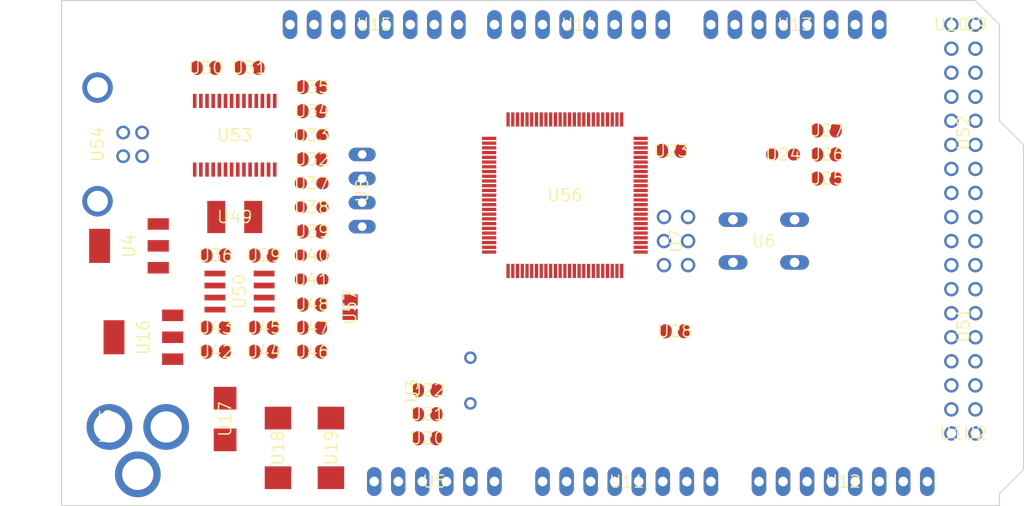
<source format=kicad_pcb>
(kicad_pcb (version 20221018) (generator pcbnew)
  (layers (0 "F.Cu" signal "Top") (31 "B.Cu" signal "Bottom") (34 "B.Paste" user) (35 "F.Paste" user) (36 "B.SilkS" user "B.Silkscreen") (37 "F.SilkS" user "F.Silkscreen") (38 "B.Mask" user) (39 "F.Mask" user) (44 "Edge.Cuts" user))
  (net 0 "")
  (net 1 "+5V")
  (net 2 "GND")
  (net 3 "N$6")
  (net 4 "N$7")
  (net 5 "AREF")
  (net 6 "RESET")
  (net 7 "VIN")
  (net 8 "N$3")
  (net 9 "PWRIN")
  (net 10 "M8RXD")
  (net 11 "M8TXD")
  (net 12 "ADC0")
  (net 13 "ADC2")
  (net 14 "ADC1")
  (net 15 "ADC3")
  (net 16 "ADC4")
  (net 17 "ADC5")
  (net 18 "ADC6")
  (net 19 "ADC7")
  (net 20 "+3V3")
  (net 21 "SDA")
  (net 22 "SCL")
  (net 23 "ADC9")
  (net 24 "ADC8")
  (net 25 "ADC10")
  (net 26 "ADC11")
  (net 27 "ADC12")
  (net 28 "ADC13")
  (net 29 "ADC14")
  (net 30 "ADC15")
  (net 31 "PB3")
  (net 32 "PB2")
  (net 33 "PB1")
  (net 34 "PB5")
  (net 35 "PB4")
  (net 36 "PE5")
  (net 37 "PE4")
  (net 38 "PE3")
  (net 39 "PE1")
  (net 40 "PE0")
  (net 41 "N$15")
  (net 42 "N$53")
  (net 43 "N$54")
  (net 44 "N$55")
  (net 45 "D-")
  (net 46 "D+")
  (net 47 "N$60")
  (net 48 "DTR")
  (net 49 "USBVCC")
  (net 50 "N$2")
  (net 51 "N$4")
  (net 52 "GATE_CMD")
  (net 53 "CMP")
  (net 54 "PB6")
  (net 55 "PH3")
  (net 56 "PH4")
  (net 57 "PH5")
  (net 58 "PH6")
  (net 59 "PG5")
  (net 60 "RXD1")
  (net 61 "TXD1")
  (net 62 "RXD2")
  (net 63 "RXD3")
  (net 64 "TXD2")
  (net 65 "TXD3")
  (net 66 "PC0")
  (net 67 "PC1")
  (net 68 "PC2")
  (net 69 "PC3")
  (net 70 "PC4")
  (net 71 "PC5")
  (net 72 "PC6")
  (net 73 "PC7")
  (net 74 "PB0")
  (net 75 "PG0")
  (net 76 "PG1")
  (net 77 "PG2")
  (net 78 "PD7")
  (net 79 "PA0")
  (net 80 "PA1")
  (net 81 "PA2")
  (net 82 "PA3")
  (net 83 "PA4")
  (net 84 "PA5")
  (net 85 "PA6")
  (net 86 "PA7")
  (net 87 "PL0")
  (net 88 "PL1")
  (net 89 "PL2")
  (net 90 "PL3")
  (net 91 "PL4")
  (net 92 "PL5")
  (net 93 "PL6")
  (net 94 "PL7")
  (net 95 "PB7")
  (net 96 "CTS")
  (net 97 "DSR")
  (net 98 "DCD")
  (net 99 "RI")
  (footprint "Arduino_MEGA_Reference_Design:2X03" (layer "F.Cu") (at 162.5981 103.7336 -90)
    (fp_text reference "U7")
    (fp_text value "")
  )
  (footprint "Arduino_MEGA_Reference_Design:1X08" (layer "F.Cu") (at 152.3111 80.8736 180)
    (fp_text reference "U14")
    (fp_text value "")
  )
  (footprint "Arduino_MEGA_Reference_Design:1X08" (layer "F.Cu") (at 130.7211 80.8736 180)
    (fp_text reference "U15")
    (fp_text value "")
  )
  (footprint "Arduino_MEGA_Reference_Design:SMC_D" (layer "F.Cu") (at 120.5611 125.5776 -90)
    (fp_text reference "U18")
    (fp_text value "")
  )
  (footprint "Arduino_MEGA_Reference_Design:SMC_D" (layer "F.Cu") (at 126.1491 125.5776 -90)
    (fp_text reference "U19")
    (fp_text value "")
  )
  (footprint "Arduino_MEGA_Reference_Design:B3F-10XX" (layer "F.Cu") (at 171.8691 103.7336 180)
    (fp_text reference "U6")
    (fp_text value "")
  )
  (footprint "Arduino_MEGA_Reference_Design:0805RND" (layer "F.Cu") (at 173.9011 94.5896 180)
    (fp_text reference "U24")
    (fp_text value "")
  )
  (footprint "Arduino_MEGA_Reference_Design:SMB" (layer "F.Cu") (at 114.9731 122.5296 -90)
    (fp_text reference "U17")
    (fp_text value "")
  )
  (footprint "Arduino_MEGA_Reference_Design:DC-21MM" (layer "F.Cu") (at 103.0351 123.2916 90)
    (fp_text reference "U55")
    (fp_text value "")
  )
  (footprint "Arduino_MEGA_Reference_Design:HC49_S" (layer "F.Cu") (at 140.8811 118.4656 90)
    (fp_text reference "U3")
    (fp_text value "")
  )
  (footprint "Arduino_MEGA_Reference_Design:SOT223" (layer "F.Cu") (at 106.3371 113.8936 90)
    (fp_text reference "U16")
    (fp_text value "")
  )
  (footprint "Arduino_MEGA_Reference_Design:1X06" (layer "F.Cu") (at 137.0711 129.1336)
    (fp_text reference "U5")
    (fp_text value "")
  )
  (footprint "Arduino_MEGA_Reference_Design:C0805RND" (layer "F.Cu") (at 124.1171 87.4776)
    (fp_text reference "U35")
    (fp_text value "")
  )
  (footprint "Arduino_MEGA_Reference_Design:C0805RND" (layer "F.Cu") (at 162.4711 113.2586)
    (fp_text reference "U28")
    (fp_text value "")
  )
  (footprint "Arduino_MEGA_Reference_Design:C0805RND" (layer "F.Cu") (at 136.3091 122.0216)
    (fp_text reference "U21")
    (fp_text value "")
  )
  (footprint "Arduino_MEGA_Reference_Design:C0805RND" (layer "F.Cu") (at 136.3091 119.4816)
    (fp_text reference "U22")
    (fp_text value "")
  )
  (footprint "Arduino_MEGA_Reference_Design:C0805RND" (layer "F.Cu") (at 113.9571 112.8776)
    (fp_text reference "U43")
    (fp_text value "")
  )
  (footprint "Arduino_MEGA_Reference_Design:RCL_0805RND" (layer "F.Cu") (at 124.1171 105.2576)
    (fp_text reference "U40")
    (fp_text value "")
  )
  (footprint "Arduino_MEGA_Reference_Design:RCL_0805RND" (layer "F.Cu") (at 124.1171 107.7976)
    (fp_text reference "U41")
    (fp_text value "")
  )
  (footprint "Arduino_MEGA_Reference_Design:1X08" (layer "F.Cu") (at 157.3911 129.1336)
    (fp_text reference "U11")
    (fp_text value "")
  )
  (footprint "Arduino_MEGA_Reference_Design:1X08" (layer "F.Cu") (at 175.1711 80.8736 180)
    (fp_text reference "U13")
    (fp_text value "")
  )
  (footprint "Arduino_MEGA_Reference_Design:R0805RND" (layer "F.Cu") (at 178.4731 94.5896 180)
    (fp_text reference "U26")
    (fp_text value "")
  )
  (footprint "Arduino_MEGA_Reference_Design:R0805RND" (layer "F.Cu") (at 178.4731 92.0496 180)
    (fp_text reference "U27")
    (fp_text value "")
  )
  (footprint "Arduino_MEGA_Reference_Design:TQFP100" (layer "F.Cu") (at 150.86109924316406 98.89030456542969 0)
    (fp_text reference "U56")
    (fp_text value "")
  )
  (footprint "Arduino_MEGA_Reference_Design:C0805RND" (layer "F.Cu") (at 162.0901 94.2086 180)
    (fp_text reference "U23")
    (fp_text value "")
  )
  (footprint "Arduino_MEGA_Reference_Design:C0805RND" (layer "F.Cu") (at 136.3091 124.5616)
    (fp_text reference "U20")
    (fp_text value "")
  )
  (footprint "Arduino_MEGA_Reference_Design:1X08" (layer "F.Cu") (at 180.2511 129.1336)
    (fp_text reference "U12")
    (fp_text value "")
  )
  (footprint "Arduino_MEGA_Reference_Design:R0805RND" (layer "F.Cu") (at 124.1171 112.8776)
    (fp_text reference "U47")
    (fp_text value "")
  )
  (footprint "Arduino_MEGA_Reference_Design:C0805RND" (layer "F.Cu") (at 124.1171 115.4176)
    (fp_text reference "U46")
    (fp_text value "")
  )
  (footprint "Arduino_MEGA_Reference_Design:C0805RND" (layer "F.Cu") (at 113.9571 105.2576)
    (fp_text reference "U36")
    (fp_text value "")
  )
  (footprint "Arduino_MEGA_Reference_Design:C0805RND" (layer "F.Cu") (at 112.9411 85.4456)
    (fp_text reference "U30")
    (fp_text value "")
  )
  (footprint "Arduino_MEGA_Reference_Design:0805RND" (layer "F.Cu") (at 124.1171 100.1776 180)
    (fp_text reference "U38")
    (fp_text value "")
  )
  (footprint "Arduino_MEGA_Reference_Design:0805RND" (layer "F.Cu") (at 124.1171 97.6376 180)
    (fp_text reference "U37")
    (fp_text value "")
  )
  (footprint "Arduino_MEGA_Reference_Design:R0805RND" (layer "F.Cu") (at 124.1171 95.0976)
    (fp_text reference "U32")
    (fp_text value "")
  )
  (footprint "Arduino_MEGA_Reference_Design:R0805RND" (layer "F.Cu") (at 124.1171 102.7176)
    (fp_text reference "U39")
    (fp_text value "")
  )
  (footprint "Arduino_MEGA_Reference_Design:SSOP28" (layer "F.Cu") (at 115.9891 92.5576)
    (fp_text reference "U53")
    (fp_text value "")
  )
  (footprint "Arduino_MEGA_Reference_Design:PN61729" (layer "F.Cu") (at 98.9584 93.5228 -90)
    (fp_text reference "U54")
    (fp_text value "")
  )
  (footprint "Arduino_MEGA_Reference_Design:L1812" (layer "F.Cu") (at 115.9891 101.1936)
    (fp_text reference "U49")
    (fp_text value "")
  )
  (footprint "Arduino_MEGA_Reference_Design:C0805RND" (layer "F.Cu") (at 117.5131 85.4456)
    (fp_text reference "U31")
    (fp_text value "")
  )
  (footprint "Arduino_MEGA_Reference_Design:0805RND" (layer "F.Cu") (at 124.1171 92.5576 180)
    (fp_text reference "U33")
    (fp_text value "")
  )
  (footprint "Arduino_MEGA_Reference_Design:R0805RND" (layer "F.Cu") (at 124.1171 90.0176 180)
    (fp_text reference "U34")
    (fp_text value "")
  )
  (footprint "Arduino_MEGA_Reference_Design:C0805RND" (layer "F.Cu") (at 124.1171 110.4392 180)
    (fp_text reference "U48")
    (fp_text value "")
  )
  (footprint "Arduino_MEGA_Reference_Design:SOT223" (layer "F.Cu") (at 104.8131 104.2416 90)
    (fp_text reference "U4")
    (fp_text value "")
  )
  (footprint "Arduino_MEGA_Reference_Design:SO08" (layer "F.Cu") (at 116.4971 109.0676 -90)
    (fp_text reference "U50")
    (fp_text value "")
  )
  (footprint "Arduino_MEGA_Reference_Design:R0805RND" (layer "F.Cu") (at 113.9571 115.4176 180)
    (fp_text reference "U42")
    (fp_text value "")
  )
  (footprint "Arduino_MEGA_Reference_Design:R0805RND" (layer "F.Cu") (at 119.0371 112.8776 180)
    (fp_text reference "U45")
    (fp_text value "")
  )
  (footprint "Arduino_MEGA_Reference_Design:C0805RND" (layer "F.Cu") (at 119.0371 115.4176 180)
    (fp_text reference "U44")
    (fp_text value "")
  )
  (footprint "Arduino_MEGA_Reference_Design:C0805RND" (layer "F.Cu") (at 119.0371 105.2576)
    (fp_text reference "U29")
    (fp_text value "")
  )
  (footprint "Arduino_MEGA_Reference_Design:2X08" (layer "F.Cu") (at 192.9511 92.3036 90)
    (fp_text reference "U52")
    (fp_text value "")
  )
  (footprint "Arduino_MEGA_Reference_Design:2X08" (layer "F.Cu") (at 192.9511 112.6236 90)
    (fp_text reference "U51")
    (fp_text value "")
  )
  (footprint "Arduino_MEGA_Reference_Design:R0805RND" (layer "F.Cu") (at 178.4731 97.1296 180)
    (fp_text reference "U25")
    (fp_text value "")
  )
  (footprint "Arduino_MEGA_Reference_Design:1X01" (layer "F.Cu") (at 191.6811 80.8736)
    (fp_text reference "U10")
    (fp_text value "")
  )
  (footprint "Arduino_MEGA_Reference_Design:1X01" (layer "F.Cu") (at 194.2211 80.8736)
    (fp_text reference "U9")
    (fp_text value "")
  )
  (footprint "Arduino_MEGA_Reference_Design:1X01" (layer "F.Cu") (at 191.6811 124.0536)
    (fp_text reference "U1")
    (fp_text value "")
  )
  (footprint "Arduino_MEGA_Reference_Design:1X01" (layer "F.Cu") (at 194.2211 124.0536)
    (fp_text reference "U2")
    (fp_text value "")
  )
  (footprint "Arduino_MEGA_Reference_Design:SJ" (layer "F.Cu") (at 128.1811 110.7186 -90)
    (fp_text reference "U57")
    (fp_text value "")
  )
  (footprint "Arduino_MEGA_Reference_Design:JP4" (layer "F.Cu") (at 129.4511 98.3996 -90)
    (fp_text reference "U8")
    (fp_text value "")
  )
  (gr_line (start 196.7611 80.8736) (end 196.7611 91.0336) (layer "Edge.Cuts") (width 0.12))
  (gr_line (start 196.7611 130.4036) (end 196.7611 131.6736) (layer "Edge.Cuts") (width 0.12))
  (gr_line (start 194.2211 78.3336) (end 196.7611 80.8736) (layer "Edge.Cuts") (width 0.12))
  (gr_line (start 97.7011 78.3336) (end 194.2211 78.3336) (layer "Edge.Cuts") (width 0.12))
  (gr_line (start 196.7611 91.0336) (end 199.3011 93.5736) (layer "Edge.Cuts") (width 0.12))
  (gr_line (start 97.7011 131.6736) (end 97.7011 78.3336) (layer "Edge.Cuts") (width 0.12))
  (gr_line (start 196.7611 131.6736) (end 97.7011 131.6736) (layer "Edge.Cuts") (width 0.12))
  (gr_line (start 199.3011 93.5736) (end 199.3011 127.8636) (layer "Edge.Cuts") (width 0.12))
  (gr_line (start 199.3011 127.8636) (end 196.7611 130.4036) (layer "Edge.Cuts") (width 0.12))
)
</source>
